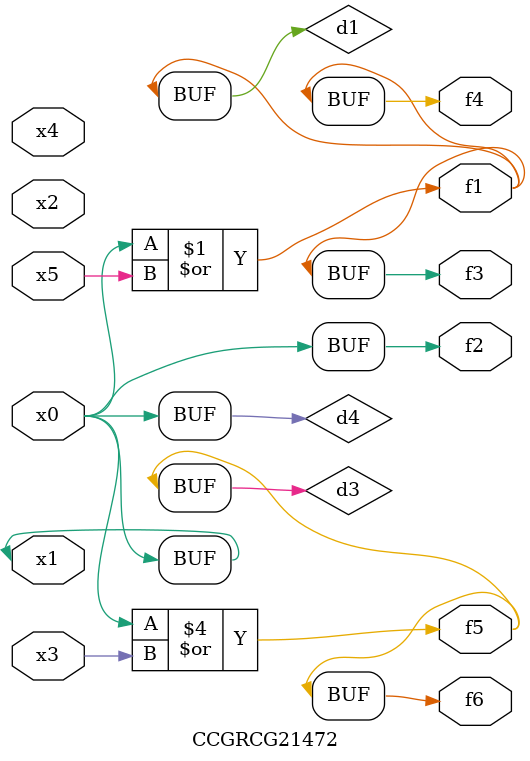
<source format=v>
module CCGRCG21472(
	input x0, x1, x2, x3, x4, x5,
	output f1, f2, f3, f4, f5, f6
);

	wire d1, d2, d3, d4;

	or (d1, x0, x5);
	xnor (d2, x1, x4);
	or (d3, x0, x3);
	buf (d4, x0, x1);
	assign f1 = d1;
	assign f2 = d4;
	assign f3 = d1;
	assign f4 = d1;
	assign f5 = d3;
	assign f6 = d3;
endmodule

</source>
